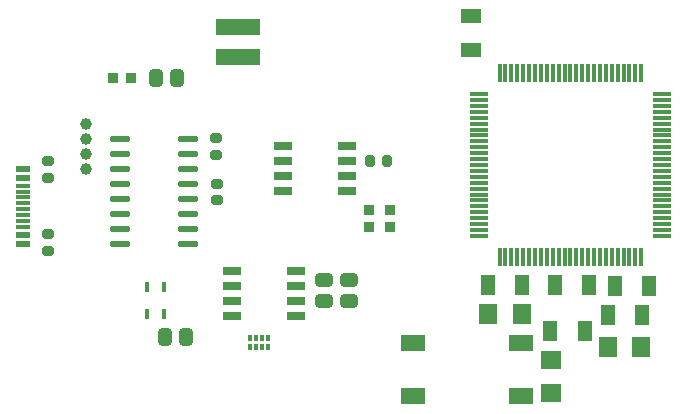
<source format=gtp>
%FSLAX24Y24*%
%MOIN*%
%SFA1B1*%

%IPPOS*%
%AMD24*
4,1,8,0.028500,-0.011300,0.028500,0.011300,0.017200,0.022600,-0.017200,0.022600,-0.028500,0.011300,-0.028500,-0.011300,-0.017200,-0.022600,0.017200,-0.022600,0.028500,-0.011300,0.0*
1,1,0.022638,0.017200,-0.011300*
1,1,0.022638,0.017200,0.011300*
1,1,0.022638,-0.017200,0.011300*
1,1,0.022638,-0.017200,-0.011300*
%
%AMD25*
4,1,8,0.011800,0.015700,-0.011800,0.015700,-0.019700,0.007900,-0.019700,-0.007900,-0.011800,-0.015700,0.011800,-0.015700,0.019700,-0.007900,0.019700,0.007900,0.011800,0.015700,0.0*
1,1,0.015748,0.011800,0.007900*
1,1,0.015748,-0.011800,0.007900*
1,1,0.015748,-0.011800,-0.007900*
1,1,0.015748,0.011800,-0.007900*
%
%AMD33*
4,1,8,-0.015700,0.011800,-0.015700,-0.011800,-0.007900,-0.019700,0.007900,-0.019700,0.015700,-0.011800,0.015700,0.011800,0.007900,0.019700,-0.007900,0.019700,-0.015700,0.011800,0.0*
1,1,0.015748,-0.007900,0.011800*
1,1,0.015748,-0.007900,-0.011800*
1,1,0.015748,0.007900,-0.011800*
1,1,0.015748,0.007900,0.011800*
%
%AMD39*
4,1,8,-0.011300,-0.028500,0.011300,-0.028500,0.022600,-0.017200,0.022600,0.017200,0.011300,0.028500,-0.011300,0.028500,-0.022600,0.017200,-0.022600,-0.017200,-0.011300,-0.028500,0.0*
1,1,0.022638,-0.011300,-0.017200*
1,1,0.022638,0.011300,-0.017200*
1,1,0.022638,0.011300,0.017200*
1,1,0.022638,-0.011300,0.017200*
%
%ADD20C,0.039370*%
%ADD21R,0.035433X0.037401*%
%ADD22R,0.037401X0.035433*%
%ADD23R,0.145669X0.055118*%
G04~CAMADD=24~8~0.0~0.0~452.8~570.9~113.2~0.0~15~0.0~0.0~0.0~0.0~0~0.0~0.0~0.0~0.0~0~0.0~0.0~0.0~270.0~570.0~452.0*
%ADD24D24*%
G04~CAMADD=25~8~0.0~0.0~393.7~315.0~78.7~0.0~15~0.0~0.0~0.0~0.0~0~0.0~0.0~0.0~0.0~0~0.0~0.0~0.0~0.0~393.7~315.0*
%ADD25D25*%
%ADD26R,0.045275X0.070866*%
%ADD27R,0.082677X0.055118*%
%ADD28R,0.059055X0.011811*%
%ADD29R,0.011811X0.059055*%
%ADD30R,0.045275X0.023622*%
%ADD31R,0.045275X0.011811*%
%ADD32R,0.070866X0.045275*%
G04~CAMADD=33~8~0.0~0.0~393.7~315.0~78.7~0.0~15~0.0~0.0~0.0~0.0~0~0.0~0.0~0.0~0.0~0~0.0~0.0~0.0~90.0~316.0~393.0*
%ADD33D33*%
%ADD34R,0.062992X0.070866*%
%ADD35R,0.070866X0.062992*%
%ADD36R,0.016535X0.032283*%
%ADD37O,0.068701X0.022047*%
%ADD38R,0.060039X0.025591*%
G04~CAMADD=39~8~0.0~0.0~452.8~570.9~113.2~0.0~15~0.0~0.0~0.0~0.0~0~0.0~0.0~0.0~0.0~0~0.0~0.0~0.0~180.0~452.0~570.0*
%ADD39D39*%
%ADD40R,0.013780X0.019685*%
%LNpeoplecounter-1*%
%LPD*%
G54D20*
X4810Y9450D03*
Y8943D03*
Y8436D03*
Y7930D03*
G54D21*
X6305Y10960D03*
X5714D03*
G54D22*
X14950Y5994D03*
Y6585D03*
X14240Y5994D03*
Y6585D03*
G54D23*
X9890Y12681D03*
Y11658D03*
G54D24*
X12740Y4234D03*
Y3525D03*
X13570Y4234D03*
Y3525D03*
G54D25*
X9160Y8404D03*
Y8955D03*
X3543Y7644D03*
Y8195D03*
Y5755D03*
Y5204D03*
X9170Y7445D03*
Y6894D03*
G54D26*
X21430Y2520D03*
X20289D03*
X22449Y4040D03*
X23590D03*
X22219Y3060D03*
X23360D03*
X18219Y4070D03*
X19360D03*
X20429Y4080D03*
X21570D03*
G54D27*
X19311Y374D03*
X15728D03*
X19311Y2145D03*
X15728D03*
G54D28*
X17908Y10432D03*
Y10235D03*
Y10038D03*
Y9841D03*
Y9644D03*
Y9447D03*
Y9251D03*
Y9054D03*
Y8857D03*
Y8660D03*
Y8463D03*
Y8266D03*
Y8070D03*
Y7873D03*
Y7676D03*
Y7479D03*
Y7282D03*
Y7085D03*
Y6888D03*
Y6692D03*
Y6495D03*
Y6298D03*
Y6101D03*
Y5904D03*
Y5707D03*
X24011D03*
Y5904D03*
Y6101D03*
Y6298D03*
Y6495D03*
Y6692D03*
Y6888D03*
Y7085D03*
Y7282D03*
Y7479D03*
Y7676D03*
Y7873D03*
Y8070D03*
Y8266D03*
Y8463D03*
Y8660D03*
Y8857D03*
Y9054D03*
Y9251D03*
Y9447D03*
Y9644D03*
Y9841D03*
Y10038D03*
Y10235D03*
Y10432D03*
G54D29*
X18597Y5018D03*
X18794D03*
X18991D03*
X19188D03*
X19385D03*
X19582D03*
X19778D03*
X19975D03*
X20172D03*
X20369D03*
X20566D03*
X20763D03*
X20960D03*
X21156D03*
X21353D03*
X21550D03*
X21747D03*
X21944D03*
X22141D03*
X22337D03*
X22534D03*
X22731D03*
X22928D03*
X23125D03*
X23322D03*
Y11121D03*
X23125D03*
X22928D03*
X22731D03*
X22534D03*
X22337D03*
X22141D03*
X21944D03*
X21747D03*
X21550D03*
X21353D03*
X21156D03*
X20960D03*
X20763D03*
X20566D03*
X20369D03*
X20172D03*
X19975D03*
X19778D03*
X19582D03*
X19385D03*
X19188D03*
X18991D03*
X18794D03*
X18597D03*
G54D30*
X2717Y7952D03*
Y5433D03*
Y7637D03*
Y5748D03*
G54D31*
X2717Y6594D03*
Y6791D03*
Y6397D03*
Y6200D03*
Y6003D03*
Y6988D03*
Y7185D03*
Y7381D03*
G54D32*
X17630Y11889D03*
Y13030D03*
G54D33*
X14835Y8190D03*
X14284D03*
G54D34*
X23311Y2000D03*
X22208D03*
X18228Y3100D03*
X19331D03*
G54D35*
X20310Y478D03*
Y1581D03*
G54D36*
X6850Y3992D03*
Y3087D03*
X7410Y3992D03*
Y3087D03*
G54D37*
X8217Y5450D03*
Y5950D03*
Y6450D03*
Y6950D03*
Y7450D03*
Y7950D03*
Y8450D03*
Y8950D03*
X5955Y5450D03*
Y5950D03*
Y6450D03*
Y6950D03*
Y7450D03*
Y7950D03*
Y8450D03*
Y8950D03*
G54D38*
X9672Y3020D03*
Y3520D03*
Y4020D03*
Y4520D03*
X11807D03*
Y4020D03*
Y3520D03*
Y3020D03*
X11362Y7190D03*
Y7690D03*
Y8190D03*
Y8690D03*
X13497D03*
Y8190D03*
Y7690D03*
Y7190D03*
G54D39*
X7145Y10960D03*
X7854D03*
X7445Y2320D03*
X8154D03*
G54D40*
X10274Y2002D03*
Y2317D03*
X10471Y2002D03*
Y2317D03*
X10668Y2002D03*
Y2317D03*
X10865Y2002D03*
Y2317D03*
M02*
</source>
